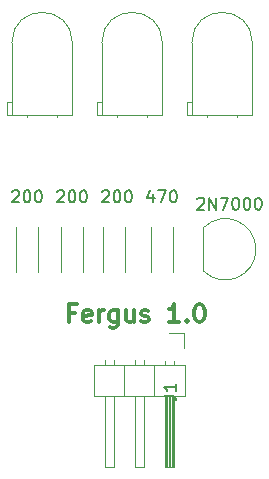
<source format=gbr>
%TF.GenerationSoftware,KiCad,Pcbnew,7.0.1*%
%TF.CreationDate,2023-04-08T16:50:17+02:00*%
%TF.ProjectId,PCB_hello_world,5043425f-6865-46c6-9c6f-5f776f726c64,rev?*%
%TF.SameCoordinates,Original*%
%TF.FileFunction,Legend,Top*%
%TF.FilePolarity,Positive*%
%FSLAX46Y46*%
G04 Gerber Fmt 4.6, Leading zero omitted, Abs format (unit mm)*
G04 Created by KiCad (PCBNEW 7.0.1) date 2023-04-08 16:50:17*
%MOMM*%
%LPD*%
G01*
G04 APERTURE LIST*
%ADD10C,0.300000*%
%ADD11C,0.150000*%
%ADD12C,0.120000*%
G04 APERTURE END LIST*
D10*
X142462142Y-119045714D02*
X141962142Y-119045714D01*
X141962142Y-119831428D02*
X141962142Y-118331428D01*
X141962142Y-118331428D02*
X142676428Y-118331428D01*
X143819285Y-119760000D02*
X143676428Y-119831428D01*
X143676428Y-119831428D02*
X143390714Y-119831428D01*
X143390714Y-119831428D02*
X143247856Y-119760000D01*
X143247856Y-119760000D02*
X143176428Y-119617142D01*
X143176428Y-119617142D02*
X143176428Y-119045714D01*
X143176428Y-119045714D02*
X143247856Y-118902857D01*
X143247856Y-118902857D02*
X143390714Y-118831428D01*
X143390714Y-118831428D02*
X143676428Y-118831428D01*
X143676428Y-118831428D02*
X143819285Y-118902857D01*
X143819285Y-118902857D02*
X143890714Y-119045714D01*
X143890714Y-119045714D02*
X143890714Y-119188571D01*
X143890714Y-119188571D02*
X143176428Y-119331428D01*
X144533570Y-119831428D02*
X144533570Y-118831428D01*
X144533570Y-119117142D02*
X144604999Y-118974285D01*
X144604999Y-118974285D02*
X144676428Y-118902857D01*
X144676428Y-118902857D02*
X144819285Y-118831428D01*
X144819285Y-118831428D02*
X144962142Y-118831428D01*
X146104999Y-118831428D02*
X146104999Y-120045714D01*
X146104999Y-120045714D02*
X146033570Y-120188571D01*
X146033570Y-120188571D02*
X145962141Y-120260000D01*
X145962141Y-120260000D02*
X145819284Y-120331428D01*
X145819284Y-120331428D02*
X145604999Y-120331428D01*
X145604999Y-120331428D02*
X145462141Y-120260000D01*
X146104999Y-119760000D02*
X145962141Y-119831428D01*
X145962141Y-119831428D02*
X145676427Y-119831428D01*
X145676427Y-119831428D02*
X145533570Y-119760000D01*
X145533570Y-119760000D02*
X145462141Y-119688571D01*
X145462141Y-119688571D02*
X145390713Y-119545714D01*
X145390713Y-119545714D02*
X145390713Y-119117142D01*
X145390713Y-119117142D02*
X145462141Y-118974285D01*
X145462141Y-118974285D02*
X145533570Y-118902857D01*
X145533570Y-118902857D02*
X145676427Y-118831428D01*
X145676427Y-118831428D02*
X145962141Y-118831428D01*
X145962141Y-118831428D02*
X146104999Y-118902857D01*
X147462142Y-118831428D02*
X147462142Y-119831428D01*
X146819284Y-118831428D02*
X146819284Y-119617142D01*
X146819284Y-119617142D02*
X146890713Y-119760000D01*
X146890713Y-119760000D02*
X147033570Y-119831428D01*
X147033570Y-119831428D02*
X147247856Y-119831428D01*
X147247856Y-119831428D02*
X147390713Y-119760000D01*
X147390713Y-119760000D02*
X147462142Y-119688571D01*
X148104999Y-119760000D02*
X148247856Y-119831428D01*
X148247856Y-119831428D02*
X148533570Y-119831428D01*
X148533570Y-119831428D02*
X148676427Y-119760000D01*
X148676427Y-119760000D02*
X148747856Y-119617142D01*
X148747856Y-119617142D02*
X148747856Y-119545714D01*
X148747856Y-119545714D02*
X148676427Y-119402857D01*
X148676427Y-119402857D02*
X148533570Y-119331428D01*
X148533570Y-119331428D02*
X148319285Y-119331428D01*
X148319285Y-119331428D02*
X148176427Y-119260000D01*
X148176427Y-119260000D02*
X148104999Y-119117142D01*
X148104999Y-119117142D02*
X148104999Y-119045714D01*
X148104999Y-119045714D02*
X148176427Y-118902857D01*
X148176427Y-118902857D02*
X148319285Y-118831428D01*
X148319285Y-118831428D02*
X148533570Y-118831428D01*
X148533570Y-118831428D02*
X148676427Y-118902857D01*
X151319285Y-119831428D02*
X150462142Y-119831428D01*
X150890713Y-119831428D02*
X150890713Y-118331428D01*
X150890713Y-118331428D02*
X150747856Y-118545714D01*
X150747856Y-118545714D02*
X150604999Y-118688571D01*
X150604999Y-118688571D02*
X150462142Y-118760000D01*
X151962141Y-119688571D02*
X152033570Y-119760000D01*
X152033570Y-119760000D02*
X151962141Y-119831428D01*
X151962141Y-119831428D02*
X151890713Y-119760000D01*
X151890713Y-119760000D02*
X151962141Y-119688571D01*
X151962141Y-119688571D02*
X151962141Y-119831428D01*
X152962142Y-118331428D02*
X153104999Y-118331428D01*
X153104999Y-118331428D02*
X153247856Y-118402857D01*
X153247856Y-118402857D02*
X153319285Y-118474285D01*
X153319285Y-118474285D02*
X153390713Y-118617142D01*
X153390713Y-118617142D02*
X153462142Y-118902857D01*
X153462142Y-118902857D02*
X153462142Y-119260000D01*
X153462142Y-119260000D02*
X153390713Y-119545714D01*
X153390713Y-119545714D02*
X153319285Y-119688571D01*
X153319285Y-119688571D02*
X153247856Y-119760000D01*
X153247856Y-119760000D02*
X153104999Y-119831428D01*
X153104999Y-119831428D02*
X152962142Y-119831428D01*
X152962142Y-119831428D02*
X152819285Y-119760000D01*
X152819285Y-119760000D02*
X152747856Y-119688571D01*
X152747856Y-119688571D02*
X152676427Y-119545714D01*
X152676427Y-119545714D02*
X152604999Y-119260000D01*
X152604999Y-119260000D02*
X152604999Y-118902857D01*
X152604999Y-118902857D02*
X152676427Y-118617142D01*
X152676427Y-118617142D02*
X152747856Y-118474285D01*
X152747856Y-118474285D02*
X152819285Y-118402857D01*
X152819285Y-118402857D02*
X152962142Y-118331428D01*
D11*
%TO.C,R4*%
X149098095Y-109015952D02*
X149098095Y-109682619D01*
X148860000Y-108635000D02*
X148621905Y-109349285D01*
X148621905Y-109349285D02*
X149240952Y-109349285D01*
X149526667Y-108682619D02*
X150193333Y-108682619D01*
X150193333Y-108682619D02*
X149764762Y-109682619D01*
X150764762Y-108682619D02*
X150860000Y-108682619D01*
X150860000Y-108682619D02*
X150955238Y-108730238D01*
X150955238Y-108730238D02*
X151002857Y-108777857D01*
X151002857Y-108777857D02*
X151050476Y-108873095D01*
X151050476Y-108873095D02*
X151098095Y-109063571D01*
X151098095Y-109063571D02*
X151098095Y-109301666D01*
X151098095Y-109301666D02*
X151050476Y-109492142D01*
X151050476Y-109492142D02*
X151002857Y-109587380D01*
X151002857Y-109587380D02*
X150955238Y-109635000D01*
X150955238Y-109635000D02*
X150860000Y-109682619D01*
X150860000Y-109682619D02*
X150764762Y-109682619D01*
X150764762Y-109682619D02*
X150669524Y-109635000D01*
X150669524Y-109635000D02*
X150621905Y-109587380D01*
X150621905Y-109587380D02*
X150574286Y-109492142D01*
X150574286Y-109492142D02*
X150526667Y-109301666D01*
X150526667Y-109301666D02*
X150526667Y-109063571D01*
X150526667Y-109063571D02*
X150574286Y-108873095D01*
X150574286Y-108873095D02*
X150621905Y-108777857D01*
X150621905Y-108777857D02*
X150669524Y-108730238D01*
X150669524Y-108730238D02*
X150764762Y-108682619D01*
%TO.C,R2*%
X141001905Y-108777857D02*
X141049524Y-108730238D01*
X141049524Y-108730238D02*
X141144762Y-108682619D01*
X141144762Y-108682619D02*
X141382857Y-108682619D01*
X141382857Y-108682619D02*
X141478095Y-108730238D01*
X141478095Y-108730238D02*
X141525714Y-108777857D01*
X141525714Y-108777857D02*
X141573333Y-108873095D01*
X141573333Y-108873095D02*
X141573333Y-108968333D01*
X141573333Y-108968333D02*
X141525714Y-109111190D01*
X141525714Y-109111190D02*
X140954286Y-109682619D01*
X140954286Y-109682619D02*
X141573333Y-109682619D01*
X142192381Y-108682619D02*
X142287619Y-108682619D01*
X142287619Y-108682619D02*
X142382857Y-108730238D01*
X142382857Y-108730238D02*
X142430476Y-108777857D01*
X142430476Y-108777857D02*
X142478095Y-108873095D01*
X142478095Y-108873095D02*
X142525714Y-109063571D01*
X142525714Y-109063571D02*
X142525714Y-109301666D01*
X142525714Y-109301666D02*
X142478095Y-109492142D01*
X142478095Y-109492142D02*
X142430476Y-109587380D01*
X142430476Y-109587380D02*
X142382857Y-109635000D01*
X142382857Y-109635000D02*
X142287619Y-109682619D01*
X142287619Y-109682619D02*
X142192381Y-109682619D01*
X142192381Y-109682619D02*
X142097143Y-109635000D01*
X142097143Y-109635000D02*
X142049524Y-109587380D01*
X142049524Y-109587380D02*
X142001905Y-109492142D01*
X142001905Y-109492142D02*
X141954286Y-109301666D01*
X141954286Y-109301666D02*
X141954286Y-109063571D01*
X141954286Y-109063571D02*
X142001905Y-108873095D01*
X142001905Y-108873095D02*
X142049524Y-108777857D01*
X142049524Y-108777857D02*
X142097143Y-108730238D01*
X142097143Y-108730238D02*
X142192381Y-108682619D01*
X143144762Y-108682619D02*
X143240000Y-108682619D01*
X143240000Y-108682619D02*
X143335238Y-108730238D01*
X143335238Y-108730238D02*
X143382857Y-108777857D01*
X143382857Y-108777857D02*
X143430476Y-108873095D01*
X143430476Y-108873095D02*
X143478095Y-109063571D01*
X143478095Y-109063571D02*
X143478095Y-109301666D01*
X143478095Y-109301666D02*
X143430476Y-109492142D01*
X143430476Y-109492142D02*
X143382857Y-109587380D01*
X143382857Y-109587380D02*
X143335238Y-109635000D01*
X143335238Y-109635000D02*
X143240000Y-109682619D01*
X143240000Y-109682619D02*
X143144762Y-109682619D01*
X143144762Y-109682619D02*
X143049524Y-109635000D01*
X143049524Y-109635000D02*
X143001905Y-109587380D01*
X143001905Y-109587380D02*
X142954286Y-109492142D01*
X142954286Y-109492142D02*
X142906667Y-109301666D01*
X142906667Y-109301666D02*
X142906667Y-109063571D01*
X142906667Y-109063571D02*
X142954286Y-108873095D01*
X142954286Y-108873095D02*
X143001905Y-108777857D01*
X143001905Y-108777857D02*
X143049524Y-108730238D01*
X143049524Y-108730238D02*
X143144762Y-108682619D01*
%TO.C,Q1*%
X152860714Y-109412857D02*
X152908333Y-109365238D01*
X152908333Y-109365238D02*
X153003571Y-109317619D01*
X153003571Y-109317619D02*
X153241666Y-109317619D01*
X153241666Y-109317619D02*
X153336904Y-109365238D01*
X153336904Y-109365238D02*
X153384523Y-109412857D01*
X153384523Y-109412857D02*
X153432142Y-109508095D01*
X153432142Y-109508095D02*
X153432142Y-109603333D01*
X153432142Y-109603333D02*
X153384523Y-109746190D01*
X153384523Y-109746190D02*
X152813095Y-110317619D01*
X152813095Y-110317619D02*
X153432142Y-110317619D01*
X153860714Y-110317619D02*
X153860714Y-109317619D01*
X153860714Y-109317619D02*
X154432142Y-110317619D01*
X154432142Y-110317619D02*
X154432142Y-109317619D01*
X154813095Y-109317619D02*
X155479761Y-109317619D01*
X155479761Y-109317619D02*
X155051190Y-110317619D01*
X156051190Y-109317619D02*
X156146428Y-109317619D01*
X156146428Y-109317619D02*
X156241666Y-109365238D01*
X156241666Y-109365238D02*
X156289285Y-109412857D01*
X156289285Y-109412857D02*
X156336904Y-109508095D01*
X156336904Y-109508095D02*
X156384523Y-109698571D01*
X156384523Y-109698571D02*
X156384523Y-109936666D01*
X156384523Y-109936666D02*
X156336904Y-110127142D01*
X156336904Y-110127142D02*
X156289285Y-110222380D01*
X156289285Y-110222380D02*
X156241666Y-110270000D01*
X156241666Y-110270000D02*
X156146428Y-110317619D01*
X156146428Y-110317619D02*
X156051190Y-110317619D01*
X156051190Y-110317619D02*
X155955952Y-110270000D01*
X155955952Y-110270000D02*
X155908333Y-110222380D01*
X155908333Y-110222380D02*
X155860714Y-110127142D01*
X155860714Y-110127142D02*
X155813095Y-109936666D01*
X155813095Y-109936666D02*
X155813095Y-109698571D01*
X155813095Y-109698571D02*
X155860714Y-109508095D01*
X155860714Y-109508095D02*
X155908333Y-109412857D01*
X155908333Y-109412857D02*
X155955952Y-109365238D01*
X155955952Y-109365238D02*
X156051190Y-109317619D01*
X157003571Y-109317619D02*
X157098809Y-109317619D01*
X157098809Y-109317619D02*
X157194047Y-109365238D01*
X157194047Y-109365238D02*
X157241666Y-109412857D01*
X157241666Y-109412857D02*
X157289285Y-109508095D01*
X157289285Y-109508095D02*
X157336904Y-109698571D01*
X157336904Y-109698571D02*
X157336904Y-109936666D01*
X157336904Y-109936666D02*
X157289285Y-110127142D01*
X157289285Y-110127142D02*
X157241666Y-110222380D01*
X157241666Y-110222380D02*
X157194047Y-110270000D01*
X157194047Y-110270000D02*
X157098809Y-110317619D01*
X157098809Y-110317619D02*
X157003571Y-110317619D01*
X157003571Y-110317619D02*
X156908333Y-110270000D01*
X156908333Y-110270000D02*
X156860714Y-110222380D01*
X156860714Y-110222380D02*
X156813095Y-110127142D01*
X156813095Y-110127142D02*
X156765476Y-109936666D01*
X156765476Y-109936666D02*
X156765476Y-109698571D01*
X156765476Y-109698571D02*
X156813095Y-109508095D01*
X156813095Y-109508095D02*
X156860714Y-109412857D01*
X156860714Y-109412857D02*
X156908333Y-109365238D01*
X156908333Y-109365238D02*
X157003571Y-109317619D01*
X157955952Y-109317619D02*
X158051190Y-109317619D01*
X158051190Y-109317619D02*
X158146428Y-109365238D01*
X158146428Y-109365238D02*
X158194047Y-109412857D01*
X158194047Y-109412857D02*
X158241666Y-109508095D01*
X158241666Y-109508095D02*
X158289285Y-109698571D01*
X158289285Y-109698571D02*
X158289285Y-109936666D01*
X158289285Y-109936666D02*
X158241666Y-110127142D01*
X158241666Y-110127142D02*
X158194047Y-110222380D01*
X158194047Y-110222380D02*
X158146428Y-110270000D01*
X158146428Y-110270000D02*
X158051190Y-110317619D01*
X158051190Y-110317619D02*
X157955952Y-110317619D01*
X157955952Y-110317619D02*
X157860714Y-110270000D01*
X157860714Y-110270000D02*
X157813095Y-110222380D01*
X157813095Y-110222380D02*
X157765476Y-110127142D01*
X157765476Y-110127142D02*
X157717857Y-109936666D01*
X157717857Y-109936666D02*
X157717857Y-109698571D01*
X157717857Y-109698571D02*
X157765476Y-109508095D01*
X157765476Y-109508095D02*
X157813095Y-109412857D01*
X157813095Y-109412857D02*
X157860714Y-109365238D01*
X157860714Y-109365238D02*
X157955952Y-109317619D01*
%TO.C,J1*%
X150032619Y-126073333D02*
X150746904Y-126073333D01*
X150746904Y-126073333D02*
X150889761Y-126120952D01*
X150889761Y-126120952D02*
X150985000Y-126216190D01*
X150985000Y-126216190D02*
X151032619Y-126359047D01*
X151032619Y-126359047D02*
X151032619Y-126454285D01*
X151032619Y-125073333D02*
X151032619Y-125644761D01*
X151032619Y-125359047D02*
X150032619Y-125359047D01*
X150032619Y-125359047D02*
X150175476Y-125454285D01*
X150175476Y-125454285D02*
X150270714Y-125549523D01*
X150270714Y-125549523D02*
X150318333Y-125644761D01*
%TO.C,R3*%
X144811905Y-108777857D02*
X144859524Y-108730238D01*
X144859524Y-108730238D02*
X144954762Y-108682619D01*
X144954762Y-108682619D02*
X145192857Y-108682619D01*
X145192857Y-108682619D02*
X145288095Y-108730238D01*
X145288095Y-108730238D02*
X145335714Y-108777857D01*
X145335714Y-108777857D02*
X145383333Y-108873095D01*
X145383333Y-108873095D02*
X145383333Y-108968333D01*
X145383333Y-108968333D02*
X145335714Y-109111190D01*
X145335714Y-109111190D02*
X144764286Y-109682619D01*
X144764286Y-109682619D02*
X145383333Y-109682619D01*
X146002381Y-108682619D02*
X146097619Y-108682619D01*
X146097619Y-108682619D02*
X146192857Y-108730238D01*
X146192857Y-108730238D02*
X146240476Y-108777857D01*
X146240476Y-108777857D02*
X146288095Y-108873095D01*
X146288095Y-108873095D02*
X146335714Y-109063571D01*
X146335714Y-109063571D02*
X146335714Y-109301666D01*
X146335714Y-109301666D02*
X146288095Y-109492142D01*
X146288095Y-109492142D02*
X146240476Y-109587380D01*
X146240476Y-109587380D02*
X146192857Y-109635000D01*
X146192857Y-109635000D02*
X146097619Y-109682619D01*
X146097619Y-109682619D02*
X146002381Y-109682619D01*
X146002381Y-109682619D02*
X145907143Y-109635000D01*
X145907143Y-109635000D02*
X145859524Y-109587380D01*
X145859524Y-109587380D02*
X145811905Y-109492142D01*
X145811905Y-109492142D02*
X145764286Y-109301666D01*
X145764286Y-109301666D02*
X145764286Y-109063571D01*
X145764286Y-109063571D02*
X145811905Y-108873095D01*
X145811905Y-108873095D02*
X145859524Y-108777857D01*
X145859524Y-108777857D02*
X145907143Y-108730238D01*
X145907143Y-108730238D02*
X146002381Y-108682619D01*
X146954762Y-108682619D02*
X147050000Y-108682619D01*
X147050000Y-108682619D02*
X147145238Y-108730238D01*
X147145238Y-108730238D02*
X147192857Y-108777857D01*
X147192857Y-108777857D02*
X147240476Y-108873095D01*
X147240476Y-108873095D02*
X147288095Y-109063571D01*
X147288095Y-109063571D02*
X147288095Y-109301666D01*
X147288095Y-109301666D02*
X147240476Y-109492142D01*
X147240476Y-109492142D02*
X147192857Y-109587380D01*
X147192857Y-109587380D02*
X147145238Y-109635000D01*
X147145238Y-109635000D02*
X147050000Y-109682619D01*
X147050000Y-109682619D02*
X146954762Y-109682619D01*
X146954762Y-109682619D02*
X146859524Y-109635000D01*
X146859524Y-109635000D02*
X146811905Y-109587380D01*
X146811905Y-109587380D02*
X146764286Y-109492142D01*
X146764286Y-109492142D02*
X146716667Y-109301666D01*
X146716667Y-109301666D02*
X146716667Y-109063571D01*
X146716667Y-109063571D02*
X146764286Y-108873095D01*
X146764286Y-108873095D02*
X146811905Y-108777857D01*
X146811905Y-108777857D02*
X146859524Y-108730238D01*
X146859524Y-108730238D02*
X146954762Y-108682619D01*
%TO.C,R1*%
X137191905Y-108777857D02*
X137239524Y-108730238D01*
X137239524Y-108730238D02*
X137334762Y-108682619D01*
X137334762Y-108682619D02*
X137572857Y-108682619D01*
X137572857Y-108682619D02*
X137668095Y-108730238D01*
X137668095Y-108730238D02*
X137715714Y-108777857D01*
X137715714Y-108777857D02*
X137763333Y-108873095D01*
X137763333Y-108873095D02*
X137763333Y-108968333D01*
X137763333Y-108968333D02*
X137715714Y-109111190D01*
X137715714Y-109111190D02*
X137144286Y-109682619D01*
X137144286Y-109682619D02*
X137763333Y-109682619D01*
X138382381Y-108682619D02*
X138477619Y-108682619D01*
X138477619Y-108682619D02*
X138572857Y-108730238D01*
X138572857Y-108730238D02*
X138620476Y-108777857D01*
X138620476Y-108777857D02*
X138668095Y-108873095D01*
X138668095Y-108873095D02*
X138715714Y-109063571D01*
X138715714Y-109063571D02*
X138715714Y-109301666D01*
X138715714Y-109301666D02*
X138668095Y-109492142D01*
X138668095Y-109492142D02*
X138620476Y-109587380D01*
X138620476Y-109587380D02*
X138572857Y-109635000D01*
X138572857Y-109635000D02*
X138477619Y-109682619D01*
X138477619Y-109682619D02*
X138382381Y-109682619D01*
X138382381Y-109682619D02*
X138287143Y-109635000D01*
X138287143Y-109635000D02*
X138239524Y-109587380D01*
X138239524Y-109587380D02*
X138191905Y-109492142D01*
X138191905Y-109492142D02*
X138144286Y-109301666D01*
X138144286Y-109301666D02*
X138144286Y-109063571D01*
X138144286Y-109063571D02*
X138191905Y-108873095D01*
X138191905Y-108873095D02*
X138239524Y-108777857D01*
X138239524Y-108777857D02*
X138287143Y-108730238D01*
X138287143Y-108730238D02*
X138382381Y-108682619D01*
X139334762Y-108682619D02*
X139430000Y-108682619D01*
X139430000Y-108682619D02*
X139525238Y-108730238D01*
X139525238Y-108730238D02*
X139572857Y-108777857D01*
X139572857Y-108777857D02*
X139620476Y-108873095D01*
X139620476Y-108873095D02*
X139668095Y-109063571D01*
X139668095Y-109063571D02*
X139668095Y-109301666D01*
X139668095Y-109301666D02*
X139620476Y-109492142D01*
X139620476Y-109492142D02*
X139572857Y-109587380D01*
X139572857Y-109587380D02*
X139525238Y-109635000D01*
X139525238Y-109635000D02*
X139430000Y-109682619D01*
X139430000Y-109682619D02*
X139334762Y-109682619D01*
X139334762Y-109682619D02*
X139239524Y-109635000D01*
X139239524Y-109635000D02*
X139191905Y-109587380D01*
X139191905Y-109587380D02*
X139144286Y-109492142D01*
X139144286Y-109492142D02*
X139096667Y-109301666D01*
X139096667Y-109301666D02*
X139096667Y-109063571D01*
X139096667Y-109063571D02*
X139144286Y-108873095D01*
X139144286Y-108873095D02*
X139191905Y-108777857D01*
X139191905Y-108777857D02*
X139239524Y-108730238D01*
X139239524Y-108730238D02*
X139334762Y-108682619D01*
D12*
%TO.C,R4*%
X148940000Y-115585000D02*
X148940000Y-111745000D01*
X150780000Y-115585000D02*
X150780000Y-111745000D01*
%TO.C,D3*%
X157505000Y-102325000D02*
X157505000Y-96165000D01*
X157505000Y-102325000D02*
X152385000Y-102325000D01*
X156215000Y-102455000D02*
X156215000Y-102455000D01*
X156215000Y-102455000D02*
X156215000Y-102325000D01*
X156215000Y-102325000D02*
X156215000Y-102455000D01*
X156215000Y-102325000D02*
X156215000Y-102325000D01*
X153675000Y-102455000D02*
X153675000Y-102455000D01*
X153675000Y-102455000D02*
X153675000Y-102325000D01*
X153675000Y-102325000D02*
X153675000Y-102455000D01*
X153675000Y-102325000D02*
X153675000Y-102325000D01*
X152385000Y-102325000D02*
X152385000Y-96165000D01*
X152385000Y-102325000D02*
X151985000Y-102325000D01*
X152385000Y-101205000D02*
X152385000Y-102325000D01*
X151985000Y-102325000D02*
X151985000Y-101205000D01*
X151985000Y-101205000D02*
X152385000Y-101205000D01*
X157505000Y-96165000D02*
G75*
G03*
X152385000Y-96165000I-2560000J0D01*
G01*
%TO.C,R2*%
X141320000Y-115585000D02*
X141320000Y-111745000D01*
X143160000Y-115585000D02*
X143160000Y-111745000D01*
%TO.C,Q1*%
X153365000Y-111865000D02*
X153365000Y-115465000D01*
X157815000Y-113665000D02*
G75*
G03*
X153376522Y-111826522I-2600000J0D01*
G01*
X153376522Y-115503478D02*
G75*
G03*
X157815000Y-113665000I1838478J1838478D01*
G01*
%TO.C,J1*%
X151750000Y-120720000D02*
X151750000Y-121990000D01*
X150480000Y-120720000D02*
X151750000Y-120720000D01*
X148320000Y-123032929D02*
X148320000Y-123430000D01*
X147560000Y-123032929D02*
X147560000Y-123430000D01*
X145780000Y-123032929D02*
X145780000Y-123430000D01*
X145020000Y-123032929D02*
X145020000Y-123430000D01*
X150860000Y-123100000D02*
X150860000Y-123430000D01*
X150100000Y-123100000D02*
X150100000Y-123430000D01*
X151810000Y-123430000D02*
X144070000Y-123430000D01*
X149210000Y-123430000D02*
X149210000Y-126090000D01*
X146670000Y-123430000D02*
X146670000Y-126090000D01*
X144070000Y-123430000D02*
X144070000Y-126090000D01*
X151810000Y-126090000D02*
X151810000Y-123430000D01*
X150860000Y-126090000D02*
X150860000Y-132090000D01*
X150800000Y-126090000D02*
X150800000Y-132090000D01*
X150680000Y-126090000D02*
X150680000Y-132090000D01*
X150560000Y-126090000D02*
X150560000Y-132090000D01*
X150440000Y-126090000D02*
X150440000Y-132090000D01*
X150320000Y-126090000D02*
X150320000Y-132090000D01*
X150200000Y-126090000D02*
X150200000Y-132090000D01*
X148320000Y-126090000D02*
X148320000Y-132090000D01*
X145780000Y-126090000D02*
X145780000Y-132090000D01*
X144070000Y-126090000D02*
X151810000Y-126090000D01*
X150860000Y-132090000D02*
X150100000Y-132090000D01*
X150100000Y-132090000D02*
X150100000Y-126090000D01*
X148320000Y-132090000D02*
X147560000Y-132090000D01*
X147560000Y-132090000D02*
X147560000Y-126090000D01*
X145780000Y-132090000D02*
X145020000Y-132090000D01*
X145020000Y-132090000D02*
X145020000Y-126090000D01*
%TO.C,R3*%
X144855000Y-115585000D02*
X144855000Y-111745000D01*
X146695000Y-115585000D02*
X146695000Y-111745000D01*
%TO.C,R1*%
X137510000Y-115585000D02*
X137510000Y-111745000D01*
X139350000Y-115585000D02*
X139350000Y-111745000D01*
%TO.C,D1*%
X142265000Y-102325000D02*
X142265000Y-96165000D01*
X142265000Y-102325000D02*
X137145000Y-102325000D01*
X140975000Y-102455000D02*
X140975000Y-102455000D01*
X140975000Y-102455000D02*
X140975000Y-102325000D01*
X140975000Y-102325000D02*
X140975000Y-102455000D01*
X140975000Y-102325000D02*
X140975000Y-102325000D01*
X138435000Y-102455000D02*
X138435000Y-102455000D01*
X138435000Y-102455000D02*
X138435000Y-102325000D01*
X138435000Y-102325000D02*
X138435000Y-102455000D01*
X138435000Y-102325000D02*
X138435000Y-102325000D01*
X137145000Y-102325000D02*
X137145000Y-96165000D01*
X137145000Y-102325000D02*
X136745000Y-102325000D01*
X137145000Y-101205000D02*
X137145000Y-102325000D01*
X136745000Y-102325000D02*
X136745000Y-101205000D01*
X136745000Y-101205000D02*
X137145000Y-101205000D01*
X142265000Y-96165000D02*
G75*
G03*
X137145000Y-96165000I-2560000J0D01*
G01*
%TO.C,D2*%
X149885000Y-102325000D02*
X149885000Y-96165000D01*
X149885000Y-102325000D02*
X144765000Y-102325000D01*
X148595000Y-102455000D02*
X148595000Y-102455000D01*
X148595000Y-102455000D02*
X148595000Y-102325000D01*
X148595000Y-102325000D02*
X148595000Y-102455000D01*
X148595000Y-102325000D02*
X148595000Y-102325000D01*
X146055000Y-102455000D02*
X146055000Y-102455000D01*
X146055000Y-102455000D02*
X146055000Y-102325000D01*
X146055000Y-102325000D02*
X146055000Y-102455000D01*
X146055000Y-102325000D02*
X146055000Y-102325000D01*
X144765000Y-102325000D02*
X144765000Y-96165000D01*
X144765000Y-102325000D02*
X144365000Y-102325000D01*
X144765000Y-101205000D02*
X144765000Y-102325000D01*
X144365000Y-102325000D02*
X144365000Y-101205000D01*
X144365000Y-101205000D02*
X144765000Y-101205000D01*
X149885000Y-96165000D02*
G75*
G03*
X144765000Y-96165000I-2560000J0D01*
G01*
%TD*%
M02*

</source>
